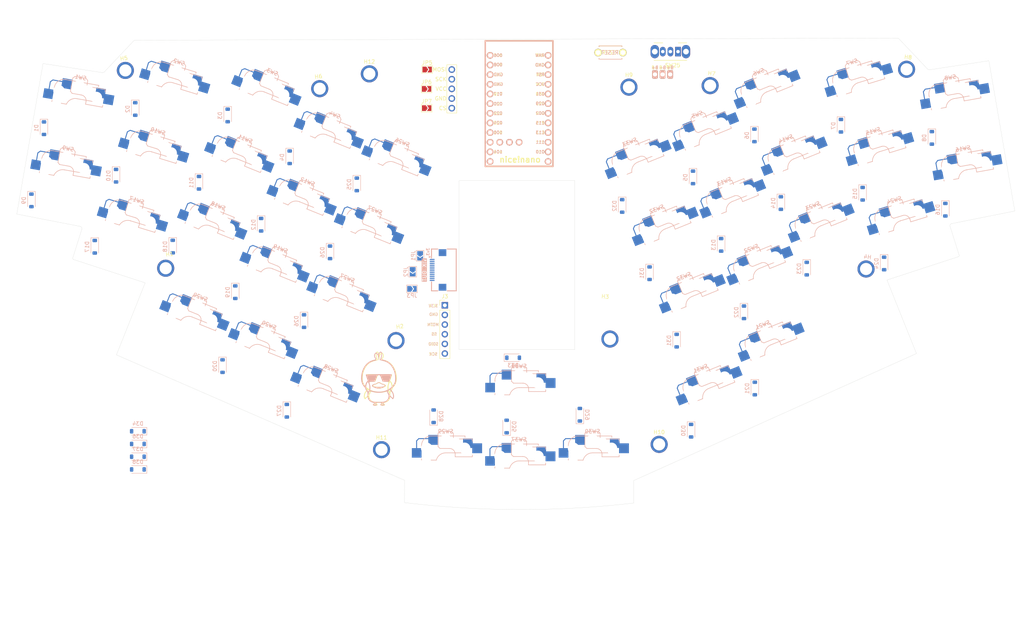
<source format=kicad_pcb>
(kicad_pcb (version 20240108) (generator "pcbnew") (generator_version "8.0")
  (layers (0 "F.Cu" signal) (31 "B.Cu" signal) (34 "B.Paste" user) (35 "F.Paste" user) (36 "B.SilkS" user "B.Silkscreen") (37 "F.SilkS" user "F.Silkscreen") (38 "B.Mask" user) (39 "F.Mask" user) (44 "Edge.Cuts" user))
  (net 0 "")
  (net 1 "GND")
  (net 2 "col0")
  (net 3 "col1")
  (net 4 "col2")
  (net 5 "col3")
  (net 6 "row_1")
  (net 7 "row_0")
  (net 8 "col4")
  (net 9 "row_3")
  (net 10 "row_2")
  (net 11 "MOSI")
  (net 12 "MISO")
  (net 13 "SCLK")
  (net 14 "+3V3")
  (net 15 "SPI_CS")
  (net 16 "BT+")
  (net 17 "BATT_OR_5V")
  (net 18 "NVMOSI")
  (net 19 "NVSCK")
  (net 20 "row_4")
  (net 21 "RESET")
  (net 22 "NVCS")
  (net 30 "row_5")
  (net 31 "Net-(D1-K)")
  (net 32 "Net-(D2-K)")
  (net 33 "Net-(D3-K)")
  (net 34 "Net-(D4-K)")
  (net 35 "Net-(D5-K)")
  (net 36 "Net-(D6-K)")
  (net 37 "col5")
  (net 38 "Net-(D7-K)")
  (net 39 "col6")
  (net 40 "Net-(D8-K)")
  (net 41 "col7")
  (net 42 "Net-(D9-K)")
  (net 43 "Net-(D10-K)")
  (net 44 "Net-(D11-K)")
  (net 45 "Net-(D12-K)")
  (net 46 "Net-(D13-K)")
  (net 47 "Net-(D14-K)")
  (net 48 "Net-(D15-K)")
  (net 49 "Net-(D16-K)")
  (net 50 "Net-(D17-K)")
  (net 51 "Net-(D18-K)")
  (net 52 "Net-(D19-K)")
  (net 53 "Net-(D20-K)")
  (net 54 "Net-(D21-K)")
  (net 55 "Net-(D22-K)")
  (net 56 "Net-(D23-K)")
  (net 57 "Net-(D24-K)")
  (net 58 "Net-(D25-K)")
  (net 59 "Net-(D26-K)")
  (net 60 "Net-(D27-K)")
  (net 61 "Net-(D28-K)")
  (net 62 "Net-(D29-K)")
  (net 63 "Net-(D30-K)")
  (net 64 "Net-(D31-K)")
  (net 65 "Net-(D32-K)")
  (net 66 "Net-(D35-K)")
  (net 67 "Net-(D36-K)")
  (net 68 "Net-(D37-K)")
  (net 69 "Net-(D38-K)")
  (net 77 "Net-(D33-K)")
  (net 78 "P0.06")
  (net 79 "P0.08")
  (net 80 "P0.17")
  (net 108 "Net-(D34-K)")
  (footprint "Alaa:Kailh_hotswap_only_MX-CHOC" (layer "F.Cu") (at 31.014034 68.703991 -10)
    (property "Reference" "SW9")
    (property "Value" "SW_Push")
  )
  (footprint "Alaa:Kailh_hotswap_only_MX-CHOC" (layer "F.Cu") (at 218.160728 114.603833 22)
    (property "Reference" "SW21")
    (property "Value" "SW_Push")
  )
  (footprint "Alaa:MountingHole_M3" (layer "F.Cu") (at 114.848 139.84)
    (property "Reference" "H11")
    (property "Value" "MountingHole_Pad")
  )
  (footprint "Alaa:MountingHole_M3" (layer "F.Cu") (at 252.898 39.74 -7)
    (property "Reference" "H8")
    (property "Value" "MountingHole_Pad")
  )
  (footprint "Keebio-Parts:nice_nano" (layer "F.Cu") (at 151.023 50.04 -90)
    (property "Reference" "U1" (hide yes))
    (property "Value" "nice_nano" (hide yes))
  )
  (footprint "Alaa:Kailh_hotswap_only_MX-CHOC" (layer "F.Cu") (at 201.825522 126.0819 22)
    (property "Reference" "SW31")
    (property "Value" "SW_Push")
  )
  (footprint "LOGO" (layer "F.Cu") (at 114.169563 122.489566)
    (property "Reference" "G***" (hide yes))
    (property "Value" "LOGO" (hide yes))
  )
  (footprint "Alaa:Kailh_hotswap_only_MX-CHOC" (layer "F.Cu") (at 208.027861 76.889457 22)
    (property "Reference" "SW13")
    (property "Value" "SW_Push")
  )
  (footprint "Alaa:Kailh_hotswap_only_MX-CHOC" (layer "F.Cu") (at 83.060127 48.059109 -22)
    (property "Reference" "SW3")
    (property "Value" "SW_Push")
  )
  (footprint "Alaa:Kailh_hotswap_only_MX-CHOC" (layer "F.Cu") (at 99.453635 59.337859 -22)
    (property "Reference" "SW4")
    (property "Value" "SW_Push")
  )
  (footprint "Alaa:Kailh_hotswap_only_MX-CHOC" (layer "F.Cu") (at 170.322739 143.216617)
    (property "Reference" "SW30")
    (property "Value" "SW_Push")
  )
  (footprint "Alaa:Kailh_hotswap_only_MX-CHOC" (layer "F.Cu") (at 102.799715 102.323006 -22)
    (property "Reference" "SW27")
    (property "Value" "SW_Push")
  )
  (footprint "Alaa:MountingHole_M3" (layer "F.Cu") (at 174.9182 110.6196 -6)
    (property "Reference" "H3")
    (property "Value" "MountingHole_Pad")
  )
  (footprint "Alaa:MountingHole_M3" (layer "F.Cu") (at 98.598 44.84 6)
    (property "Reference" "H6")
    (property "Value" "MountingHole_Pad")
  )
  (footprint "Jumper:SolderJumper-2_P1.3mm_Open_TrianglePad1.0x1.5mm" (layer "F.Cu") (at 126.8476 39.8044)
    (property "Reference" "JP5")
    (property "Value" "Jumper_2_Open")
  )
  (footprint "Alaa:SW_CuK_OS102011MA1QN1_SPDT_Angled" (layer "F.Cu") (at 192.798 35.09 180)
    (property "Reference" "SW25")
    (property "Value" "SW_SPDT")
  )
  (footprint "Alaa:Kailh_hotswap_only_MX-CHOC" (layer "F.Cu") (at 98.538455 126.1468 -22)
    (property "Reference" "SW28")
    (property "Value" "SW_Push")
  )
  (footprint "Alaa:Kailh_hotswap_only_MX-CHOC" (layer "F.Cu") (at 217.086794 48.054615 22)
    (property "Reference" "SW6")
    (property "Value" "SW_Push")
  )
  (footprint "Alaa:Kailh_hotswap_only_MX-CHOC" (layer "F.Cu") (at 75.942605 65.675599 -22)
    (property "Reference" "SW11")
    (property "Value" "SW_Push")
  )
  (footprint "Alaa:MountingHole_M3" (layer "F.Cu") (at 111.648 40.94)
    (property "Reference" "H12")
    (property "Value" "MountingHole_Pad")
  )
  (footprint "Alaa:Kailh_hotswap_only_MX-CHOC" (layer "F.Cu") (at 85.218584 94.570848 -22)
    (property "Reference" "SW19")
    (property "Value" "SW_Push")
  )
  (footprint "Alaa:Kailh_hotswap_only_MX-CHOC" (layer "F.Cu") (at 269.132843 68.700844 10)
    (property "Reference" "SW16")
    (property "Value" "SW_Push")
  )
  (footprint "Alaa:MountingHole_M3" (layer "F.Cu") (at 118.6572 111.1276 6)
    (property "Reference" "H2")
    (property "Value" "MountingHole_Pad")
  )
  (footprint "Alaa:Kailh_hotswap_only_MX-CHOC" (layer "F.Cu") (at 231.321844 83.287601 22)
    (property "Reference" "SW23")
    (property "Value" "SW_Push")
  )
  (footprint "Alaa:Kailh_hotswap_only_MX-CHOC" (layer "F.Cu") (at 48.108439 82.046216 -17)
    (property "Reference" "SW17")
    (property "Value" "SW_Push")
  )
  (footprint "Alaa:Kailh_hotswap_only_MX-CHOC" (layer "F.Cu") (at 131.717153 143.216617)
    (property "Reference" "SW29")
    (property "Value" "SW_Push")
  )
  (footprint "Alaa:Kailh_hotswap_only_MX-CHOC" (layer "F.Cu") (at 59.218564 45.706636 -17)
    (property "Reference" "SW2")
    (property "Value" "SW_Push")
  )
  (footprint "Alaa:Kailh_hotswap_only_MX-CHOC" (layer "F.Cu") (at 82.203244 114.668726 -22)
    (property "Reference" "SW20")
    (property "Value" "SW_Push")
  )
  (footprint "Alaa:Kailh_hotswap_only_MX-CHOC" (layer "F.Cu") (at 197.4226 101.882 22)
    (property "Reference" "SW32")
    (property "Value" "SW_Push")
  )
  (footprint "Alaa:Kailh_hotswap_only_MX-CHOC" (layer "F.Cu") (at 190.29969 84.138694 22)
    (property "Reference" "SW32")
    (property "Value" "SW_Push")
  )
  (footprint "Alaa:Kailh_hotswap_only_MX-CHOC" (layer "F.Cu") (at 34.304318 49.975563 -10)
    (property "Reference" "SW1")
    (property "Value" "SW_Push")
  )
  (footprint "Alaa:Kailh_hotswap_only_MX-CHOC" (layer "F.Cu") (at 68.825076 83.292094 -22)
    (property "Reference" "SW18")
    (property "Value" "SW_Push")
  )
  (footprint "Alaa:ResetSW" (layer "F.Cu") (at 175.048 35.34 180)
    (property "Reference" "SW34" (hide yes))
    (property "Value" "SW_Push")
  )
  (footprint "Alaa:Kailh_hotswap_only_MX-CHOC" (layer "F.Cu") (at 240.9285 45.702543 17)
    (property "Reference" "SW7")
    (property "Value" "SW_Push")
  )
  (footprint "Alaa:Kailh_hotswap_only_MX-CHOC" (layer "F.Cu") (at 246.481391 63.868709 17)
    (property "Reference" "SW15")
    (property "Value" "SW_Push")
  )
  (footprint "Jumper:SolderJumper-2_P1.3mm_Open_TrianglePad1.0x1.5mm" (layer "F.Cu") (at 126.6952 44.9098)
    (property "Reference" "JP6")
    (property "Value" "Jumper_2_Open")
  )
  (footprint "Alaa:Kailh_hotswap_only_MX-CHOC" (layer "F.Cu") (at 92.336108 76.954354 -22)
    (property "Reference" "SW12")
    (property "Value" "SW_Push")
  )
  (footprint "Alaa:Kailh_hotswap_only_MX-CHOC" (layer "F.Cu") (at 117.252315 66.559806 -22)
    (property "Reference" "SW26")
    (property "Value" "SW_Push")
  )
  (footprint "Alaa:MountingHole_M3" (layer "F.Cu") (at 187.848 138.44)
    (property "Reference" "H10")
    (property "Value" "MountingHole_Pad")
  )
  (footprint "Alaa:MountingHole_M3" (layer "F.Cu") (at 179.898 44.44)
    (property "Reference" "H9")
    (property "Value" "MountingHole_Pad")
  )
  (footprint "Alaa:3JST_BAT" (layer "F.Cu") (at 188.748 41.09 180)
    (property "Reference" "J2" (hide yes))
    (property "Value" "Conn_01x03_Pin" (hide yes))
  )
  (footprint "Alaa:Kailh_hotswap_only_MX-CHOC" (layer "F.Cu") (at 183.182166 66.522198 22)
    (property "Reference" "SW33")
    (property "Value" "SW_Push")
  )
  (footprint "Alaa:Kailh_hotswap_only_MX-CHOC" (layer "F.Cu") (at 265.831283 49.966062 10)
    (property "Reference" "SW8")
    (property "Value" "SW_Push")
  )
  (footprint "Alaa:MountingHole_M3" (layer "F.Cu") (at 58.098 92.09 6)
    (property "Reference" "H1")
    (property "Value" "MountingHole_Pad")
  )
  (footprint "Alaa:Kailh_hotswap_only_MX-CHOC" (layer "F.Cu") (at 200.910342 59.272963 22)
    (property "Reference" "SW5")
    (property "Value" "SW_Push")
  )
  (footprint "Alaa:Kailh_hotswap_only_MX-CHOC" (layer "F.Cu") (at 150.997151 145.333308)
    (property "Reference" "SW37")
    (property "Value" "SW_Push")
  )
  (footprint "Alaa:MountingHole_M3" (layer "F.Cu") (at 201.248 44.04 -7)
    (property "Reference" "H7")
    (property "Value" "MountingHole_Pad")
  )
  (footprint "Alaa:nice_view" (layer "F.Cu") (at 149.803 44.89325 -90)
    (property "Reference" "Display1")
    (property "Value" "nice!view" (hide yes))
  )
  (footprint "Connector_PinHeader_2.54mm:PinHeader_1x06_P2.54mm_Vertical" (layer "F.Cu") (at 131.498 101.84)
    (property "Reference" "J3")
    (property "Value" "Conn_01x06")
  )
  (footprint "Alaa:Kailh_hotswap_only_MX-CHOC" (layer "F.Cu") (at 224.204322 65.67111 22)
    (property "Reference" "SW14")
    (property "Value" "SW_Push")
  )
  (footprint "Alaa:Kailh_hotswap_only_MX-CHOC" (layer "F.Cu") (at 252.038621 82.042125 17)
    (property "Reference" "SW24")
    (property "Value" "SW_Push")
  )
  (footprint "Alaa:Kailh_hotswap_only_MX-CHOC" (layer "F.Cu") (at 53.672746 63.892451 -17)
    (property "Reference" "SW10")
    (property "Value" "SW_Push")
  )
  (footprint "Alaa:MountingHole_M3" (layer "F.Cu") (at 47.498 40.04 7)
    (property "Reference" "H5")
    (property "Value" "MountingHole_Pad")
  )
  (footprint "Alaa:Kailh_hotswap_only_MX-CHOC" (layer "F.Cu") (at 215.145389 94.505953 22)
    (property "Reference" "SW22")
    (property "Value" "SW_Push")
  )
  (footprint "Jumper:SolderJumper-2_P1.3mm_Open_TrianglePad1.0x1.5mm" (layer "F.Cu") (at 126.7206 49.9644)
    (property "Reference" "JP7")
    (property "Value" "Jumper_2_Open")
  )
  (footprint "Alaa:Kailh_hotswap_only_MX-CHOC" (layer "F.Cu") (at 110.055752 84.431593 -22)
    (property "Reference" "SW27")
    (property "Value" "SW_Push")
  )
  (footprint "Alaa:Kailh_hotswap_only_MX-CHOC" (layer "F.Cu") (at 64.151615 107.299308 -22)
    (property "Reference" "SW20")
    (property "Value" "SW_Push")
  )
  (footprint "Alaa:MountingHole_M3" (layer "F.Cu") (at 242.248 92.29 -7)
    (property "Reference" "H4")
    (property "Value" "MountingHole_Pad")
  )
  (footprint "Alaa:Kailh_hotswap_only_MX-CHOC" (layer "F.Cu") (at 151.023 126.04)
    (property "Reference" "SW35")
    (property "Value" "SW_Push")
  )
  (footprint "Diode_SMD:D_SOD-123" (layer "B.Cu") (at 50.7894 141.6866 180)
    (property "Reference" "D37")
    (property "Value" "1N4148")
  )
  (footprint "Diode_SMD:D_SOD-123" (layer "B.Cu") (at 185.325369 93.396547 -90)
    (property "Reference" "D31")
    (property "Value" "1N4148")
  )
  (footprint "Diode_SMD:D_SOD-123" (layer "B.Cu") (at 219.848 74.94 -90)
    (property "Reference" "D14")
    (property "Value" "1N4148")
  )
  (footprint "Diode_SMD:D_SOD-123" (layer "B.Cu") (at 66.848 69.59 -90)
    (property "Reference" "D11")
    (property "Value" "1N4148")
  )
  (footprint "Diode_SMD:D_SOD-123" (layer "B.Cu") (at 204.148 85.94 -90)
    (property "Reference" "D13")
    (property "Value" "1N4148")
  )
  (footprint "Diode_SMD:D_SOD-123" (layer "B.Cu") (at 73.048 117.84 -90)
    (property "Reference" "D20")
    (property "Value" "1N4148")
  )
  (footprint "Diode_SMD:D_SOD-123" (layer "B.Cu") (at 83.198 80.64 -90)
    (property "Reference" "D12")
    (property "Value" "1N4148")
  )
  (footprint "Jumper:SolderJumper-2_P1.3mm_Open_TrianglePad1.0x1.5mm" (layer "B.Cu") (at 124.998 88.815 -90)
    (property "Reference" "JP1")
    (property "Value" "Jumper_2_Open")
  )
  (footprint "Diode_SMD:D_SOD-123" (layer "B.Cu") (at 241.348 72.49 -90)
    (property "Reference" "D15")
    (property "Value" "1N4148")
  )
  (footprint "LOGO" (layer "B.Cu") (at 114.169563 122.489566 180)
    (property "Reference" "G***" (hide yes))
    (property "Value" "LOGO" (hide yes))
  )
  (footprint "Diode_SMD:D_SOD-123" (layer "B.Cu") (at 226.648 92.19 -90)
    (property "Reference" "D23")
    (property "Value" "1N4148")
  )
  (footprint "Diode_SMD:D_SOD-123" (layer "B.Cu") (at 50.098 50.19 -90)
    (property "Reference" "D2")
    (property "Value" "1N4148")
  )
  (footprint "Diode_SMD:D_SOD-123" (layer "B.Cu") (at 94.4764 105.9968 -90)
    (property "Reference" "D26")
    (property "Value" "1N4148")
  )
  (footprint "Diode_SMD:D_SOD-123" (layer "B.Cu") (at 147.748 133.74 90)
    (property "Reference" "D35")
    (property "Value" "1N4148")
  )
  (footprint "Diode_SMD:D_SOD-123" (layer "B.Cu") (at 101.309 87.912 -90)
    (property "Reference" "D26")
    (property "Value" "1N4148")
  )
  (footprint "Jumper:SolderJumper-2_P1.3mm_Open_TrianglePad1.0x1.5mm" (layer "B.Cu") (at 123.048 93.015 -90)
    (property "Reference" "JP2")
    (property "Value" "Jumper_2_Open")
  )
  (footprint "Diode_SMD:D_SOD-123" (layer "B.Cu") (at 149.448 115.64)
    (property "Reference" "D33")
    (property "Value" "1N4148")
  )
  (footprint "Diode_SMD:D_SOD-123" (layer "B.Cu") (at 50.7894 145.0366 180)
    (property "Reference" "D38")
    (property "Value" "1N4148")
  )
  (footprint "Diode_SMD:D_SOD-123" (layer "B.Cu") (at 235.648 54.59 -90)
    (property "Reference" "D7")
    (property "Value" "1N4148")
  )
  (footprint "Diode_SMD:D_SOD-123" (layer "B.Cu") (at 45.048 67.74 -90)
    (property "Reference" "D10")
    (property "Value" "1N4148")
  )
  (footprint "Diode_SMD:D_SOD-123" (layer "B.Cu") (at 26.098 55.24 -90)
    (property "Reference" "D1")
    (property "Value" "1N4148")
  )
  (footprint "Diode_SMD:D_SOD-123" (layer "B.Cu") (at 166.998 130.64 90)
    (property "Reference" "D29")
    (property "Value" "1N4148")
  )
  (footprint "Diode_SMD:D_SOD-123" (layer "B.Cu") (at 196.748 68.19 -90)
    (property "Reference" "D5")
    (property "Value" "1N4148")
  )
  (footprint "Diode_SMD:D_SOD-123" (layer "B.Cu") (at 210.148 103.69 -90)
    (property "Reference" "D22")
    (property "Value" "1N4148")
  )
  (footprint "Diode_SMD:D_SOD-123" (layer "B.Cu") (at 89.948 129.59 -90)
    (property "Reference" "D27")
    (property "Value" "1N4148")
  )
  (footprint "Diode_SMD:D_SOD-123" (layer "B.Cu") (at 212.898 57.14 -90)
    (property "Reference" "D6")
    (property "Value" "1N4148")
  )
  (footprint "Diode_SMD:D_SOD-123" (layer "B.Cu") (at 196.248 134.84 -90)
    (property "Reference" "D30")
    (property "Value" "1N4148")
  )
  (footprint "Diode_SMD:D_SOD-123" (layer "B.Cu") (at 212.998 123.74 -90)
    (property "Reference" "D21")
    (property "Value" "1N4148")
  )
  (footprint "Jumper:SolderJumper-2_P1.3mm_Open_TrianglePad1.0x1.5mm" (layer "B.Cu") (at 122.848 97.515)
    (property "Reference" "JP3")
    (property "Value" "Jumper_2_Open")
  )
  (footprint "Diode_SMD:D_SOD-123" (layer "B.Cu") (at 59.948 86.39 -90)
    (property "Reference" "D18")
    (property "Value" "1N4148")
  )
  (footprint "Diode_SMD:D_SOD-123" (layer "B.Cu") (at 259.548 57.79 -90)
    (property "Reference" "D8")
    (property "Value" "1N4148")
  )
  (footprint "Diode_SMD:D_SOD-123" (layer "B.Cu") (at 192.448279 111.139853 -90)
    (property "Reference" "D31")
    (property "Value" "1N4148")
  )
  (footprint "vik:vik-keyboard-connector-horizontal" (layer "B.Cu") (at 130.198 92.54 -90)
    (property "Reference" "J1" (hide yes))
    (property "Value" "~")
  )
  (footprint "Diode_SMD:D_SOD-123" (layer "B.Cu") (at 263.098 76.69 -90)
    (property "Reference" "D16")
    (property "Value" "1N4148")
  )
  (footprint "Diode_SMD:D_SOD-123" (layer "B.Cu") (at 178.125369 75.696547 -90)
    (property "Reference" "D32")
    (property "Value" "1N4148")
  )
  (footprint "Diode_SMD:D_SOD-123" (layer "B.Cu") (at 76.398 98.39 -90)
    (property "Reference" "D19")
    (property "Value" "1N4148")
  )
  (footprint "Diode_SMD:D_SOD-123" (layer "B.Cu") (at 50.7894 134.9866 180)
    (property "Reference" "D34")
    (property "Value" "1N4148")
  )
  (footprint "Diode_SMD:D_SOD-123" (layer "B.Cu") (at 50.7894 138.3366 180)
    (property "Reference" "D36")
    (property "Value" "1N4148")
  )
  (footprint "Diode_SMD:D_SOD-123" (layer "B.Cu") (at 108.3448 70.0294 -90)
    (property "Reference" "D25")
    (property "Value" "1N4148")
  )
  (footprint "Diode_SMD:D_SOD-123" (layer "B.Cu") (at 90.698 62.89 -90)
    (property "Reference" "D4")
    (property "Value" "1N4148")
  )
  (footprint "Diode_SMD:D_SOD-123" (layer "B.Cu") (at 74.398 51.89 -90)
    (property "Reference" "D3")
    (property "Value" "1N4148")
  )
  (footprint "Diode_SMD:D_SOD-123" (layer "B.Cu") (at 22.798 74.24 -90)
    (property "Reference" "D9")
    (property "Value" "1N4148")
  )
  (footprint "Diode_SMD:D_SOD-123" (layer "B.Cu") (at 128.548 131.04 90)
    (property "Reference" "D28")
    (property "Value" "1N4148")
  )
  (footprint "Diode_SMD:D_SOD-123" (layer "B.Cu") (at 246.998 90.84 -90)
    (property "Reference" "D24")
    (property "Value" "1N4148")
  )
  (footprint "Diode_SMD:D_SOD-123" (layer "B.Cu") (at 39.448 86.44 -90)
    (property "Reference" "D17")
    (property "Value" "1N4148")
  )
  (gr_arc (start 35.66861 81.096953) (mid 36.006405 81.342186) (end 36.072498 81.754362) (stroke (width 0.05)) (layer "Edge.Cuts"))
  (gr_line (start 181.198 147.94) (end 181.186887 153.871771) (stroke (width 0.05)) (layer "Edge.Cuts"))
  (gr_arc (start 42.021195 40.373084) (mid 41.726031 40.579575) (end 41.366931 40.608012) (stroke (width 0.05)) (layer "Edge.Cuts"))
  (gr_arc (start 259.025338 39.862009) (mid 258.666249 39.833561) (end 258.371081 39.62708) (stroke (width 0.05)) (layer "Edge.Cuts"))
  (gr_line (start 18.948 77.84) (end 25.851112 38.235921) (stroke (width 0.05)) (layer "Edge.Cuts"))
  (gr_arc (start 181.186887 153.871771) (mid 151.031642 155.589883) (end 120.883074 153.758333) (stroke (width 0.05)) (layer "Edge.Cuts"))
  (gr_line (start 255.498 114.54) (end 247.748 95.19) (stroke (width 0.05)) (layer "Edge.Cuts"))
  (gr_line (start 36.072498 81.754362) (end 33.678087 89.357981) (stroke (width 0.05)) (layer "Edge.Cuts"))
  (gr_arc (start 33.890068 89.808005) (mid 33.689048 89.627773) (end 33.678087 89.357981) (stroke (width 0.05)) (layer "Edge.Cuts"))
  (gr_line (start 165.698 69.07) (end 165.698 113.44) (stroke (width 0.05)) (layer "Edge.Cuts"))
  (gr_line (start 135.218 69.07) (end 165.698 69.07) (stroke (width 0.05)) (layer "Edge.Cuts"))
  (gr_line (start 135.218 113.44) (end 135.218 69.07) (stroke (width 0.05)) (layer "Edge.Cuts"))
  (gr_line (start 52.698 95.94) (end 45.148 114.89) (stroke (width 0.05)) (layer "Edge.Cuts"))
  (gr_line (start 165.698 113.44) (end 135.218 113.44) (stroke (width 0.05)) (layer "Edge.Cuts"))
  (gr_line (start 33.890068 89.808005) (end 52.698 95.94) (stroke (width 0.05)) (layer "Edge.Cuts"))
  (gr_line (start 41.366931 40.608012) (end 25.851112 38.235921) (stroke (width 0.05)) (layer "Edge.Cuts"))
  (gr_line (start 258.371081 39.62708) (end 250.717536 31.535278) (stroke (width 0.05)) (layer "Edge.Cuts"))
  (gr_line (start 247.748 95.19) (end 266.502205 89.062004) (stroke (width 0.05)) (layer "Edge.Cuts"))
  (gr_line (start 49.848 32.09) (end 42.021195 40.373084) (stroke (width 0.05)) (layer "Edge.Cuts"))
  (gr_line (start 45.148 114.89) (end 120.898 147.89) (stroke (width 0.05)) (layer "Edge.Cuts"))
  (gr_line (start 18.948 77.84) (end 35.66861 81.096953) (stroke (width 0.05)) (layer "Edge.Cuts"))
  (gr_arc (start 264.319778 81.00836) (mid 264.385835 80.596192) (end 264.723662 80.35095) (stroke (width 0.05)) (layer "Edge.Cuts"))
  (gr_line (start 264.723662 80.35095) (end 281.348 77.04) (stroke (width 0.05)) (layer "Edge.Cuts"))
  (gr_line (start 274.54116 37.489926) (end 259.025338 39.862009) (stroke (width 0.05)) (layer "Edge.Cuts"))
  (gr_arc (start 266.714188 88.611977) (mid 266.703296 88.881801) (end 266.502205 89.062004) (stroke (width 0.05)) (layer "Edge.Cuts"))
  (gr_line (start 120.898 147.89) (end 120.883074 153.758333) (stroke (width 0.05)) (layer "Edge.Cuts"))
  (gr_line (start 266.714188 88.611977) (end 264.319778 81.00836) (stroke (width 0.05)) (layer "Edge.Cuts"))
  (gr_line (start 181.198 147.94) (end 255.498 114.54) (stroke (width 0.05)) (layer "Edge.Cuts"))
  (gr_line (start 250.717536 31.535278) (end 49.848 32.09) (stroke (width 0.05)) (layer "Edge.Cuts"))
  (gr_line (start 281.348 77.04) (end 274.54116 37.489926) (stroke (width 0.05)) (layer "Edge.Cuts"))
  (gr_text "3.3V" (at 128.448 101.99 0) (layer "B.SilkS") (effects (font (size 0.75 0.75) (thickness 0.1)) (justify mirror)))
  (gr_text "SCK" (at 128.448 114.69 0) (layer "B.SilkS") (effects (font (size 0.75 0.75) (thickness 0.1)) (justify mirror)))
  (gr_text "GND" (at 128.548 104.24 0) (layer "B.SilkS") (effects (font (size 0.75 0.75) (thickness 0.1)) (justify mirror)))
  (gr_text "SS" (at 128.698 109.44 0) (layer "B.SilkS") (effects (font (size 0.75 0.75) (thickness 0.1)) (justify mirror)))
  (gr_text "SDIO" (at 128.498 112.04 0) (layer "B.SilkS") (effects (font (size 0.75 0.75) (thickness 0.1)) (justify mirror)))
  (gr_text "MOTN" (at 128.398 106.94 0) (layer "B.SilkS") (effects (font (size 0.75 0.75) (thickness 0.1)) (justify mirror)))
  (gr_text "3.3V" (at 128.448 101.99 0) (layer "F.SilkS") (effects (font (size 0.75 0.75) (thickness 0.1))))
  (gr_text "GND" (at 128.548 104.24 0) (layer "F.SilkS") (effects (font (size 0.75 0.75) (thickness 0.1))))
  (gr_text "SCK" (at 128.448 114.69 0) (layer "F.SilkS") (effects (font (size 0.75 0.75) (thickness 0.1))))
  (gr_text "MOTN" (at 128.398 106.94 0) (layer "F.SilkS") (effects (font (size 0.75 0.75) (thickness 0.1))))
  (gr_text "SS" (at 128.698 109.44 0) (layer "F.SilkS") (effects (font (size 0.75 0.75) (thickness 0.1))))
  (gr_text "SDIO" (at 128.498 112.04 0) (layer "F.SilkS") (effects (font (size 0.75 0.75) (thickness 0.1))))
)
</source>
